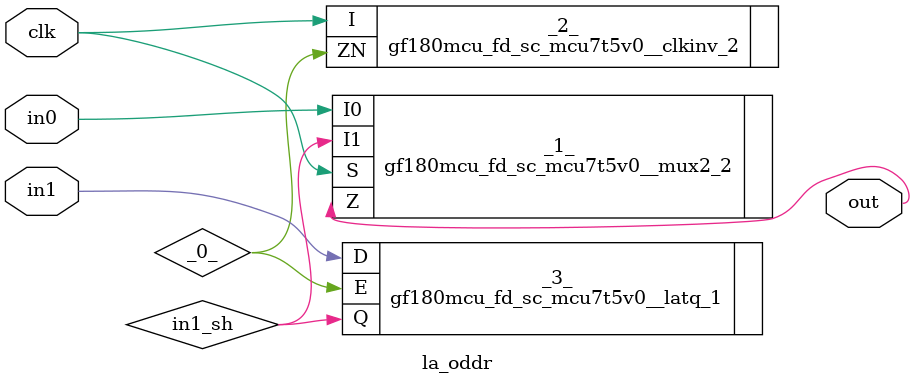
<source format=v>

/* Generated by Yosys 0.37 (git sha1 a5c7f69ed, clang 14.0.0-1ubuntu1.1 -fPIC -Os) */

module la_oddr(clk, in0, in1, out);
  wire _0_;
  input clk;
  wire clk;
  input in0;
  wire in0;
  input in1;
  wire in1;
  wire in1_sh;
  output out;
  wire out;
  gf180mcu_fd_sc_mcu7t5v0__mux2_2 _1_ (
    .I0(in0),
    .I1(in1_sh),
    .S(clk),
    .Z(out)
  );
  gf180mcu_fd_sc_mcu7t5v0__clkinv_2 _2_ (
    .I(clk),
    .ZN(_0_)
  );
  gf180mcu_fd_sc_mcu7t5v0__latq_1 _3_ (
    .D(in1),
    .E(_0_),
    .Q(in1_sh)
  );
endmodule

</source>
